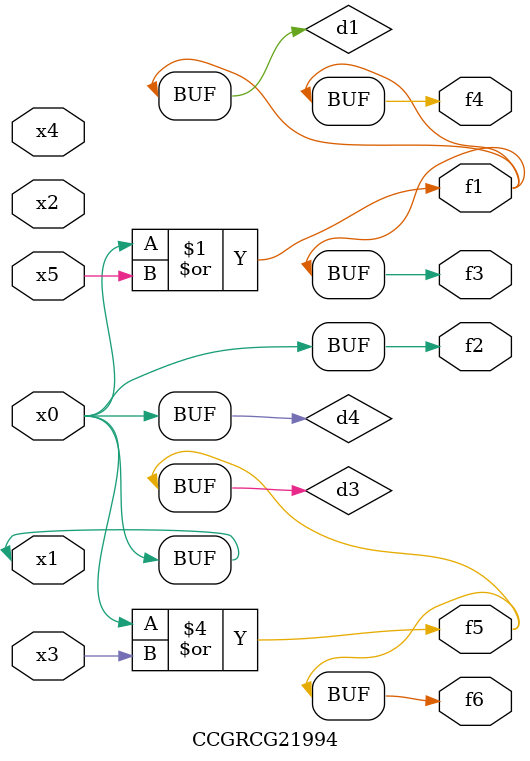
<source format=v>
module CCGRCG21994(
	input x0, x1, x2, x3, x4, x5,
	output f1, f2, f3, f4, f5, f6
);

	wire d1, d2, d3, d4;

	or (d1, x0, x5);
	xnor (d2, x1, x4);
	or (d3, x0, x3);
	buf (d4, x0, x1);
	assign f1 = d1;
	assign f2 = d4;
	assign f3 = d1;
	assign f4 = d1;
	assign f5 = d3;
	assign f6 = d3;
endmodule

</source>
